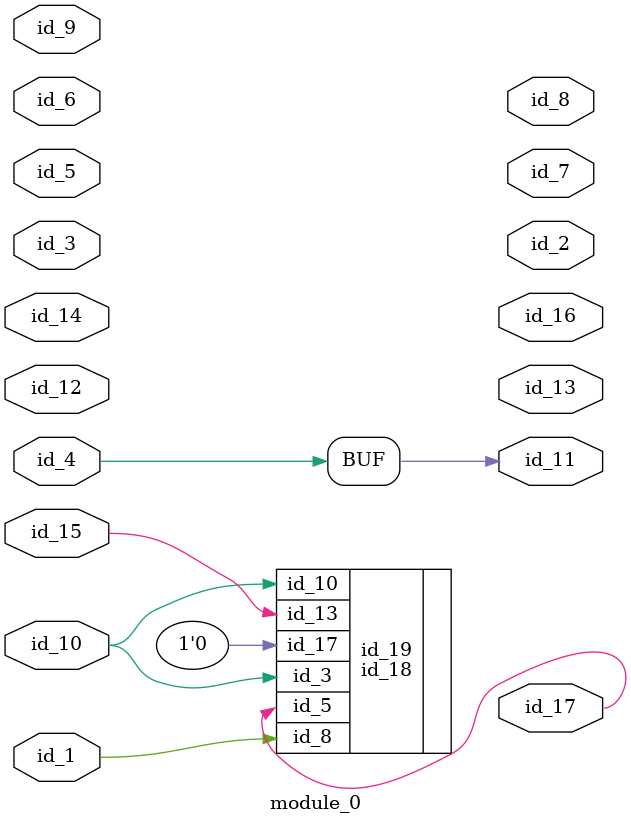
<source format=v>
`timescale 1ps / 1 ps
module module_0 (
    id_1,
    id_2,
    id_3,
    id_4,
    id_5,
    id_6,
    id_7,
    id_8,
    id_9,
    id_10,
    id_11,
    id_12,
    id_13,
    id_14,
    id_15,
    id_16,
    id_17
);
  output id_17;
  output id_16;
  input id_15;
  input id_14;
  output id_13;
  input id_12;
  output id_11;
  input id_10;
  input id_9;
  output id_8;
  output id_7;
  input id_6;
  input id_5;
  input id_4;
  input id_3;
  output id_2;
  input id_1;
  assign id_4 = id_11;
  id_18 id_19 (
      .id_8 (id_1),
      .id_10(id_3),
      .id_3 (id_10),
      .id_10(id_10),
      .id_5 (id_17),
      .id_17(1'h0),
      .id_13(id_20),
      .id_13(id_15)
  );
endmodule

</source>
